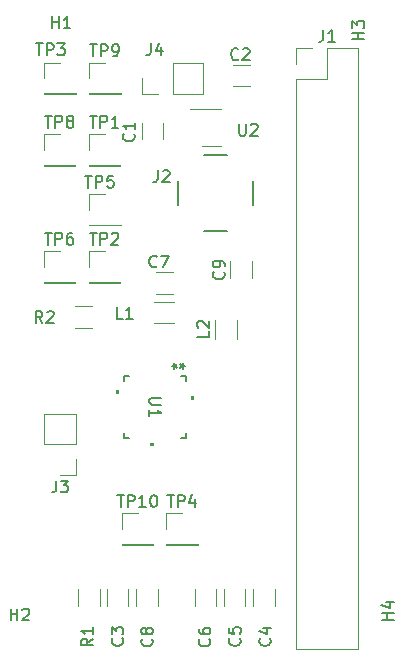
<source format=gbr>
%TF.GenerationSoftware,KiCad,Pcbnew,7.0.9*%
%TF.CreationDate,2024-09-05T13:52:43+09:00*%
%TF.ProjectId,STA5635,53544135-3633-4352-9e6b-696361645f70,rev?*%
%TF.SameCoordinates,Original*%
%TF.FileFunction,Legend,Top*%
%TF.FilePolarity,Positive*%
%FSLAX46Y46*%
G04 Gerber Fmt 4.6, Leading zero omitted, Abs format (unit mm)*
G04 Created by KiCad (PCBNEW 7.0.9) date 2024-09-05 13:52:43*
%MOMM*%
%LPD*%
G01*
G04 APERTURE LIST*
%ADD10C,0.150000*%
%ADD11C,0.120000*%
%ADD12C,0.127000*%
%ADD13C,0.152400*%
G04 APERTURE END LIST*
D10*
X159941419Y-109981904D02*
X158941419Y-109981904D01*
X159417609Y-109981904D02*
X159417609Y-109410476D01*
X159941419Y-109410476D02*
X158941419Y-109410476D01*
X159274752Y-108505714D02*
X159941419Y-108505714D01*
X158893800Y-108743809D02*
X159608085Y-108981904D01*
X159608085Y-108981904D02*
X159608085Y-108362857D01*
X157447819Y-60832904D02*
X156447819Y-60832904D01*
X156924009Y-60832904D02*
X156924009Y-60261476D01*
X157447819Y-60261476D02*
X156447819Y-60261476D01*
X156447819Y-59880523D02*
X156447819Y-59261476D01*
X156447819Y-59261476D02*
X156828771Y-59594809D01*
X156828771Y-59594809D02*
X156828771Y-59451952D01*
X156828771Y-59451952D02*
X156876390Y-59356714D01*
X156876390Y-59356714D02*
X156924009Y-59309095D01*
X156924009Y-59309095D02*
X157019247Y-59261476D01*
X157019247Y-59261476D02*
X157257342Y-59261476D01*
X157257342Y-59261476D02*
X157352580Y-59309095D01*
X157352580Y-59309095D02*
X157400200Y-59356714D01*
X157400200Y-59356714D02*
X157447819Y-59451952D01*
X157447819Y-59451952D02*
X157447819Y-59737666D01*
X157447819Y-59737666D02*
X157400200Y-59832904D01*
X157400200Y-59832904D02*
X157352580Y-59880523D01*
X134221695Y-67305019D02*
X134793123Y-67305019D01*
X134507409Y-68305019D02*
X134507409Y-67305019D01*
X135126457Y-68305019D02*
X135126457Y-67305019D01*
X135126457Y-67305019D02*
X135507409Y-67305019D01*
X135507409Y-67305019D02*
X135602647Y-67352638D01*
X135602647Y-67352638D02*
X135650266Y-67400257D01*
X135650266Y-67400257D02*
X135697885Y-67495495D01*
X135697885Y-67495495D02*
X135697885Y-67638352D01*
X135697885Y-67638352D02*
X135650266Y-67733590D01*
X135650266Y-67733590D02*
X135602647Y-67781209D01*
X135602647Y-67781209D02*
X135507409Y-67828828D01*
X135507409Y-67828828D02*
X135126457Y-67828828D01*
X136650266Y-68305019D02*
X136078838Y-68305019D01*
X136364552Y-68305019D02*
X136364552Y-67305019D01*
X136364552Y-67305019D02*
X136269314Y-67447876D01*
X136269314Y-67447876D02*
X136174076Y-67543114D01*
X136174076Y-67543114D02*
X136078838Y-67590733D01*
X136539505Y-99410619D02*
X137110933Y-99410619D01*
X136825219Y-100410619D02*
X136825219Y-99410619D01*
X137444267Y-100410619D02*
X137444267Y-99410619D01*
X137444267Y-99410619D02*
X137825219Y-99410619D01*
X137825219Y-99410619D02*
X137920457Y-99458238D01*
X137920457Y-99458238D02*
X137968076Y-99505857D01*
X137968076Y-99505857D02*
X138015695Y-99601095D01*
X138015695Y-99601095D02*
X138015695Y-99743952D01*
X138015695Y-99743952D02*
X137968076Y-99839190D01*
X137968076Y-99839190D02*
X137920457Y-99886809D01*
X137920457Y-99886809D02*
X137825219Y-99934428D01*
X137825219Y-99934428D02*
X137444267Y-99934428D01*
X138968076Y-100410619D02*
X138396648Y-100410619D01*
X138682362Y-100410619D02*
X138682362Y-99410619D01*
X138682362Y-99410619D02*
X138587124Y-99553476D01*
X138587124Y-99553476D02*
X138491886Y-99648714D01*
X138491886Y-99648714D02*
X138396648Y-99696333D01*
X139587124Y-99410619D02*
X139682362Y-99410619D01*
X139682362Y-99410619D02*
X139777600Y-99458238D01*
X139777600Y-99458238D02*
X139825219Y-99505857D01*
X139825219Y-99505857D02*
X139872838Y-99601095D01*
X139872838Y-99601095D02*
X139920457Y-99791571D01*
X139920457Y-99791571D02*
X139920457Y-100029666D01*
X139920457Y-100029666D02*
X139872838Y-100220142D01*
X139872838Y-100220142D02*
X139825219Y-100315380D01*
X139825219Y-100315380D02*
X139777600Y-100363000D01*
X139777600Y-100363000D02*
X139682362Y-100410619D01*
X139682362Y-100410619D02*
X139587124Y-100410619D01*
X139587124Y-100410619D02*
X139491886Y-100363000D01*
X139491886Y-100363000D02*
X139444267Y-100315380D01*
X139444267Y-100315380D02*
X139396648Y-100220142D01*
X139396648Y-100220142D02*
X139349029Y-100029666D01*
X139349029Y-100029666D02*
X139349029Y-99791571D01*
X139349029Y-99791571D02*
X139396648Y-99601095D01*
X139396648Y-99601095D02*
X139444267Y-99505857D01*
X139444267Y-99505857D02*
X139491886Y-99458238D01*
X139491886Y-99458238D02*
X139587124Y-99410619D01*
X131365666Y-98182819D02*
X131365666Y-98897104D01*
X131365666Y-98897104D02*
X131318047Y-99039961D01*
X131318047Y-99039961D02*
X131222809Y-99135200D01*
X131222809Y-99135200D02*
X131079952Y-99182819D01*
X131079952Y-99182819D02*
X130984714Y-99182819D01*
X131746619Y-98182819D02*
X132365666Y-98182819D01*
X132365666Y-98182819D02*
X132032333Y-98563771D01*
X132032333Y-98563771D02*
X132175190Y-98563771D01*
X132175190Y-98563771D02*
X132270428Y-98611390D01*
X132270428Y-98611390D02*
X132318047Y-98659009D01*
X132318047Y-98659009D02*
X132365666Y-98754247D01*
X132365666Y-98754247D02*
X132365666Y-98992342D01*
X132365666Y-98992342D02*
X132318047Y-99087580D01*
X132318047Y-99087580D02*
X132270428Y-99135200D01*
X132270428Y-99135200D02*
X132175190Y-99182819D01*
X132175190Y-99182819D02*
X131889476Y-99182819D01*
X131889476Y-99182819D02*
X131794238Y-99135200D01*
X131794238Y-99135200D02*
X131746619Y-99087580D01*
X130411695Y-77211019D02*
X130983123Y-77211019D01*
X130697409Y-78211019D02*
X130697409Y-77211019D01*
X131316457Y-78211019D02*
X131316457Y-77211019D01*
X131316457Y-77211019D02*
X131697409Y-77211019D01*
X131697409Y-77211019D02*
X131792647Y-77258638D01*
X131792647Y-77258638D02*
X131840266Y-77306257D01*
X131840266Y-77306257D02*
X131887885Y-77401495D01*
X131887885Y-77401495D02*
X131887885Y-77544352D01*
X131887885Y-77544352D02*
X131840266Y-77639590D01*
X131840266Y-77639590D02*
X131792647Y-77687209D01*
X131792647Y-77687209D02*
X131697409Y-77734828D01*
X131697409Y-77734828D02*
X131316457Y-77734828D01*
X132745028Y-77211019D02*
X132554552Y-77211019D01*
X132554552Y-77211019D02*
X132459314Y-77258638D01*
X132459314Y-77258638D02*
X132411695Y-77306257D01*
X132411695Y-77306257D02*
X132316457Y-77449114D01*
X132316457Y-77449114D02*
X132268838Y-77639590D01*
X132268838Y-77639590D02*
X132268838Y-78020542D01*
X132268838Y-78020542D02*
X132316457Y-78115780D01*
X132316457Y-78115780D02*
X132364076Y-78163400D01*
X132364076Y-78163400D02*
X132459314Y-78211019D01*
X132459314Y-78211019D02*
X132649790Y-78211019D01*
X132649790Y-78211019D02*
X132745028Y-78163400D01*
X132745028Y-78163400D02*
X132792647Y-78115780D01*
X132792647Y-78115780D02*
X132840266Y-78020542D01*
X132840266Y-78020542D02*
X132840266Y-77782447D01*
X132840266Y-77782447D02*
X132792647Y-77687209D01*
X132792647Y-77687209D02*
X132745028Y-77639590D01*
X132745028Y-77639590D02*
X132649790Y-77591971D01*
X132649790Y-77591971D02*
X132459314Y-77591971D01*
X132459314Y-77591971D02*
X132364076Y-77639590D01*
X132364076Y-77639590D02*
X132316457Y-77687209D01*
X132316457Y-77687209D02*
X132268838Y-77782447D01*
X127508095Y-110030819D02*
X127508095Y-109030819D01*
X127508095Y-109507009D02*
X128079523Y-109507009D01*
X128079523Y-110030819D02*
X128079523Y-109030819D01*
X128508095Y-109126057D02*
X128555714Y-109078438D01*
X128555714Y-109078438D02*
X128650952Y-109030819D01*
X128650952Y-109030819D02*
X128889047Y-109030819D01*
X128889047Y-109030819D02*
X128984285Y-109078438D01*
X128984285Y-109078438D02*
X129031904Y-109126057D01*
X129031904Y-109126057D02*
X129079523Y-109221295D01*
X129079523Y-109221295D02*
X129079523Y-109316533D01*
X129079523Y-109316533D02*
X129031904Y-109459390D01*
X129031904Y-109459390D02*
X128460476Y-110030819D01*
X128460476Y-110030819D02*
X129079523Y-110030819D01*
X131013295Y-59890819D02*
X131013295Y-58890819D01*
X131013295Y-59367009D02*
X131584723Y-59367009D01*
X131584723Y-59890819D02*
X131584723Y-58890819D01*
X132584723Y-59890819D02*
X132013295Y-59890819D01*
X132299009Y-59890819D02*
X132299009Y-58890819D01*
X132299009Y-58890819D02*
X132203771Y-59033676D01*
X132203771Y-59033676D02*
X132108533Y-59128914D01*
X132108533Y-59128914D02*
X132013295Y-59176533D01*
X134221695Y-77211019D02*
X134793123Y-77211019D01*
X134507409Y-78211019D02*
X134507409Y-77211019D01*
X135126457Y-78211019D02*
X135126457Y-77211019D01*
X135126457Y-77211019D02*
X135507409Y-77211019D01*
X135507409Y-77211019D02*
X135602647Y-77258638D01*
X135602647Y-77258638D02*
X135650266Y-77306257D01*
X135650266Y-77306257D02*
X135697885Y-77401495D01*
X135697885Y-77401495D02*
X135697885Y-77544352D01*
X135697885Y-77544352D02*
X135650266Y-77639590D01*
X135650266Y-77639590D02*
X135602647Y-77687209D01*
X135602647Y-77687209D02*
X135507409Y-77734828D01*
X135507409Y-77734828D02*
X135126457Y-77734828D01*
X136078838Y-77306257D02*
X136126457Y-77258638D01*
X136126457Y-77258638D02*
X136221695Y-77211019D01*
X136221695Y-77211019D02*
X136459790Y-77211019D01*
X136459790Y-77211019D02*
X136555028Y-77258638D01*
X136555028Y-77258638D02*
X136602647Y-77306257D01*
X136602647Y-77306257D02*
X136650266Y-77401495D01*
X136650266Y-77401495D02*
X136650266Y-77496733D01*
X136650266Y-77496733D02*
X136602647Y-77639590D01*
X136602647Y-77639590D02*
X136031219Y-78211019D01*
X136031219Y-78211019D02*
X136650266Y-78211019D01*
X134247095Y-61259819D02*
X134818523Y-61259819D01*
X134532809Y-62259819D02*
X134532809Y-61259819D01*
X135151857Y-62259819D02*
X135151857Y-61259819D01*
X135151857Y-61259819D02*
X135532809Y-61259819D01*
X135532809Y-61259819D02*
X135628047Y-61307438D01*
X135628047Y-61307438D02*
X135675666Y-61355057D01*
X135675666Y-61355057D02*
X135723285Y-61450295D01*
X135723285Y-61450295D02*
X135723285Y-61593152D01*
X135723285Y-61593152D02*
X135675666Y-61688390D01*
X135675666Y-61688390D02*
X135628047Y-61736009D01*
X135628047Y-61736009D02*
X135532809Y-61783628D01*
X135532809Y-61783628D02*
X135151857Y-61783628D01*
X136199476Y-62259819D02*
X136389952Y-62259819D01*
X136389952Y-62259819D02*
X136485190Y-62212200D01*
X136485190Y-62212200D02*
X136532809Y-62164580D01*
X136532809Y-62164580D02*
X136628047Y-62021723D01*
X136628047Y-62021723D02*
X136675666Y-61831247D01*
X136675666Y-61831247D02*
X136675666Y-61450295D01*
X136675666Y-61450295D02*
X136628047Y-61355057D01*
X136628047Y-61355057D02*
X136580428Y-61307438D01*
X136580428Y-61307438D02*
X136485190Y-61259819D01*
X136485190Y-61259819D02*
X136294714Y-61259819D01*
X136294714Y-61259819D02*
X136199476Y-61307438D01*
X136199476Y-61307438D02*
X136151857Y-61355057D01*
X136151857Y-61355057D02*
X136104238Y-61450295D01*
X136104238Y-61450295D02*
X136104238Y-61688390D01*
X136104238Y-61688390D02*
X136151857Y-61783628D01*
X136151857Y-61783628D02*
X136199476Y-61831247D01*
X136199476Y-61831247D02*
X136294714Y-61878866D01*
X136294714Y-61878866D02*
X136485190Y-61878866D01*
X136485190Y-61878866D02*
X136580428Y-61831247D01*
X136580428Y-61831247D02*
X136628047Y-61783628D01*
X136628047Y-61783628D02*
X136675666Y-61688390D01*
X139888933Y-80039380D02*
X139841314Y-80087000D01*
X139841314Y-80087000D02*
X139698457Y-80134619D01*
X139698457Y-80134619D02*
X139603219Y-80134619D01*
X139603219Y-80134619D02*
X139460362Y-80087000D01*
X139460362Y-80087000D02*
X139365124Y-79991761D01*
X139365124Y-79991761D02*
X139317505Y-79896523D01*
X139317505Y-79896523D02*
X139269886Y-79706047D01*
X139269886Y-79706047D02*
X139269886Y-79563190D01*
X139269886Y-79563190D02*
X139317505Y-79372714D01*
X139317505Y-79372714D02*
X139365124Y-79277476D01*
X139365124Y-79277476D02*
X139460362Y-79182238D01*
X139460362Y-79182238D02*
X139603219Y-79134619D01*
X139603219Y-79134619D02*
X139698457Y-79134619D01*
X139698457Y-79134619D02*
X139841314Y-79182238D01*
X139841314Y-79182238D02*
X139888933Y-79229857D01*
X140222267Y-79134619D02*
X140888933Y-79134619D01*
X140888933Y-79134619D02*
X140460362Y-80134619D01*
X139480730Y-111596466D02*
X139528350Y-111644085D01*
X139528350Y-111644085D02*
X139575969Y-111786942D01*
X139575969Y-111786942D02*
X139575969Y-111882180D01*
X139575969Y-111882180D02*
X139528350Y-112025037D01*
X139528350Y-112025037D02*
X139433111Y-112120275D01*
X139433111Y-112120275D02*
X139337873Y-112167894D01*
X139337873Y-112167894D02*
X139147397Y-112215513D01*
X139147397Y-112215513D02*
X139004540Y-112215513D01*
X139004540Y-112215513D02*
X138814064Y-112167894D01*
X138814064Y-112167894D02*
X138718826Y-112120275D01*
X138718826Y-112120275D02*
X138623588Y-112025037D01*
X138623588Y-112025037D02*
X138575969Y-111882180D01*
X138575969Y-111882180D02*
X138575969Y-111786942D01*
X138575969Y-111786942D02*
X138623588Y-111644085D01*
X138623588Y-111644085D02*
X138671207Y-111596466D01*
X139004540Y-111025037D02*
X138956921Y-111120275D01*
X138956921Y-111120275D02*
X138909302Y-111167894D01*
X138909302Y-111167894D02*
X138814064Y-111215513D01*
X138814064Y-111215513D02*
X138766445Y-111215513D01*
X138766445Y-111215513D02*
X138671207Y-111167894D01*
X138671207Y-111167894D02*
X138623588Y-111120275D01*
X138623588Y-111120275D02*
X138575969Y-111025037D01*
X138575969Y-111025037D02*
X138575969Y-110834561D01*
X138575969Y-110834561D02*
X138623588Y-110739323D01*
X138623588Y-110739323D02*
X138671207Y-110691704D01*
X138671207Y-110691704D02*
X138766445Y-110644085D01*
X138766445Y-110644085D02*
X138814064Y-110644085D01*
X138814064Y-110644085D02*
X138909302Y-110691704D01*
X138909302Y-110691704D02*
X138956921Y-110739323D01*
X138956921Y-110739323D02*
X139004540Y-110834561D01*
X139004540Y-110834561D02*
X139004540Y-111025037D01*
X139004540Y-111025037D02*
X139052159Y-111120275D01*
X139052159Y-111120275D02*
X139099778Y-111167894D01*
X139099778Y-111167894D02*
X139195016Y-111215513D01*
X139195016Y-111215513D02*
X139385492Y-111215513D01*
X139385492Y-111215513D02*
X139480730Y-111167894D01*
X139480730Y-111167894D02*
X139528350Y-111120275D01*
X139528350Y-111120275D02*
X139575969Y-111025037D01*
X139575969Y-111025037D02*
X139575969Y-110834561D01*
X139575969Y-110834561D02*
X139528350Y-110739323D01*
X139528350Y-110739323D02*
X139480730Y-110691704D01*
X139480730Y-110691704D02*
X139385492Y-110644085D01*
X139385492Y-110644085D02*
X139195016Y-110644085D01*
X139195016Y-110644085D02*
X139099778Y-110691704D01*
X139099778Y-110691704D02*
X139052159Y-110739323D01*
X139052159Y-110739323D02*
X139004540Y-110834561D01*
X139377666Y-61176819D02*
X139377666Y-61891104D01*
X139377666Y-61891104D02*
X139330047Y-62033961D01*
X139330047Y-62033961D02*
X139234809Y-62129200D01*
X139234809Y-62129200D02*
X139091952Y-62176819D01*
X139091952Y-62176819D02*
X138996714Y-62176819D01*
X140282428Y-61510152D02*
X140282428Y-62176819D01*
X140044333Y-61129200D02*
X139806238Y-61843485D01*
X139806238Y-61843485D02*
X140425285Y-61843485D01*
X136966130Y-111534966D02*
X137013750Y-111582585D01*
X137013750Y-111582585D02*
X137061369Y-111725442D01*
X137061369Y-111725442D02*
X137061369Y-111820680D01*
X137061369Y-111820680D02*
X137013750Y-111963537D01*
X137013750Y-111963537D02*
X136918511Y-112058775D01*
X136918511Y-112058775D02*
X136823273Y-112106394D01*
X136823273Y-112106394D02*
X136632797Y-112154013D01*
X136632797Y-112154013D02*
X136489940Y-112154013D01*
X136489940Y-112154013D02*
X136299464Y-112106394D01*
X136299464Y-112106394D02*
X136204226Y-112058775D01*
X136204226Y-112058775D02*
X136108988Y-111963537D01*
X136108988Y-111963537D02*
X136061369Y-111820680D01*
X136061369Y-111820680D02*
X136061369Y-111725442D01*
X136061369Y-111725442D02*
X136108988Y-111582585D01*
X136108988Y-111582585D02*
X136156607Y-111534966D01*
X136061369Y-111201632D02*
X136061369Y-110582585D01*
X136061369Y-110582585D02*
X136442321Y-110915918D01*
X136442321Y-110915918D02*
X136442321Y-110773061D01*
X136442321Y-110773061D02*
X136489940Y-110677823D01*
X136489940Y-110677823D02*
X136537559Y-110630204D01*
X136537559Y-110630204D02*
X136632797Y-110582585D01*
X136632797Y-110582585D02*
X136870892Y-110582585D01*
X136870892Y-110582585D02*
X136966130Y-110630204D01*
X136966130Y-110630204D02*
X137013750Y-110677823D01*
X137013750Y-110677823D02*
X137061369Y-110773061D01*
X137061369Y-110773061D02*
X137061369Y-111058775D01*
X137061369Y-111058775D02*
X137013750Y-111154013D01*
X137013750Y-111154013D02*
X136966130Y-111201632D01*
X130211533Y-84833619D02*
X129878200Y-84357428D01*
X129640105Y-84833619D02*
X129640105Y-83833619D01*
X129640105Y-83833619D02*
X130021057Y-83833619D01*
X130021057Y-83833619D02*
X130116295Y-83881238D01*
X130116295Y-83881238D02*
X130163914Y-83928857D01*
X130163914Y-83928857D02*
X130211533Y-84024095D01*
X130211533Y-84024095D02*
X130211533Y-84166952D01*
X130211533Y-84166952D02*
X130163914Y-84262190D01*
X130163914Y-84262190D02*
X130116295Y-84309809D01*
X130116295Y-84309809D02*
X130021057Y-84357428D01*
X130021057Y-84357428D02*
X129640105Y-84357428D01*
X130592486Y-83928857D02*
X130640105Y-83881238D01*
X130640105Y-83881238D02*
X130735343Y-83833619D01*
X130735343Y-83833619D02*
X130973438Y-83833619D01*
X130973438Y-83833619D02*
X131068676Y-83881238D01*
X131068676Y-83881238D02*
X131116295Y-83928857D01*
X131116295Y-83928857D02*
X131163914Y-84024095D01*
X131163914Y-84024095D02*
X131163914Y-84119333D01*
X131163914Y-84119333D02*
X131116295Y-84262190D01*
X131116295Y-84262190D02*
X130544867Y-84833619D01*
X130544867Y-84833619D02*
X131163914Y-84833619D01*
X134495969Y-111571066D02*
X134019778Y-111904399D01*
X134495969Y-112142494D02*
X133495969Y-112142494D01*
X133495969Y-112142494D02*
X133495969Y-111761542D01*
X133495969Y-111761542D02*
X133543588Y-111666304D01*
X133543588Y-111666304D02*
X133591207Y-111618685D01*
X133591207Y-111618685D02*
X133686445Y-111571066D01*
X133686445Y-111571066D02*
X133829302Y-111571066D01*
X133829302Y-111571066D02*
X133924540Y-111618685D01*
X133924540Y-111618685D02*
X133972159Y-111666304D01*
X133972159Y-111666304D02*
X134019778Y-111761542D01*
X134019778Y-111761542D02*
X134019778Y-112142494D01*
X134495969Y-110618685D02*
X134495969Y-111190113D01*
X134495969Y-110904399D02*
X133495969Y-110904399D01*
X133495969Y-110904399D02*
X133638826Y-110999637D01*
X133638826Y-110999637D02*
X133734064Y-111094875D01*
X133734064Y-111094875D02*
X133781683Y-111190113D01*
X139976266Y-71921019D02*
X139976266Y-72635304D01*
X139976266Y-72635304D02*
X139928647Y-72778161D01*
X139928647Y-72778161D02*
X139833409Y-72873400D01*
X139833409Y-72873400D02*
X139690552Y-72921019D01*
X139690552Y-72921019D02*
X139595314Y-72921019D01*
X140404838Y-72016257D02*
X140452457Y-71968638D01*
X140452457Y-71968638D02*
X140547695Y-71921019D01*
X140547695Y-71921019D02*
X140785790Y-71921019D01*
X140785790Y-71921019D02*
X140881028Y-71968638D01*
X140881028Y-71968638D02*
X140928647Y-72016257D01*
X140928647Y-72016257D02*
X140976266Y-72111495D01*
X140976266Y-72111495D02*
X140976266Y-72206733D01*
X140976266Y-72206733D02*
X140928647Y-72349590D01*
X140928647Y-72349590D02*
X140357219Y-72921019D01*
X140357219Y-72921019D02*
X140976266Y-72921019D01*
X136993333Y-84478019D02*
X136517143Y-84478019D01*
X136517143Y-84478019D02*
X136517143Y-83478019D01*
X137850476Y-84478019D02*
X137279048Y-84478019D01*
X137564762Y-84478019D02*
X137564762Y-83478019D01*
X137564762Y-83478019D02*
X137469524Y-83620876D01*
X137469524Y-83620876D02*
X137374286Y-83716114D01*
X137374286Y-83716114D02*
X137279048Y-83763733D01*
X133815295Y-72378219D02*
X134386723Y-72378219D01*
X134101009Y-73378219D02*
X134101009Y-72378219D01*
X134720057Y-73378219D02*
X134720057Y-72378219D01*
X134720057Y-72378219D02*
X135101009Y-72378219D01*
X135101009Y-72378219D02*
X135196247Y-72425838D01*
X135196247Y-72425838D02*
X135243866Y-72473457D01*
X135243866Y-72473457D02*
X135291485Y-72568695D01*
X135291485Y-72568695D02*
X135291485Y-72711552D01*
X135291485Y-72711552D02*
X135243866Y-72806790D01*
X135243866Y-72806790D02*
X135196247Y-72854409D01*
X135196247Y-72854409D02*
X135101009Y-72902028D01*
X135101009Y-72902028D02*
X134720057Y-72902028D01*
X136196247Y-72378219D02*
X135720057Y-72378219D01*
X135720057Y-72378219D02*
X135672438Y-72854409D01*
X135672438Y-72854409D02*
X135720057Y-72806790D01*
X135720057Y-72806790D02*
X135815295Y-72759171D01*
X135815295Y-72759171D02*
X136053390Y-72759171D01*
X136053390Y-72759171D02*
X136148628Y-72806790D01*
X136148628Y-72806790D02*
X136196247Y-72854409D01*
X136196247Y-72854409D02*
X136243866Y-72949647D01*
X136243866Y-72949647D02*
X136243866Y-73187742D01*
X136243866Y-73187742D02*
X136196247Y-73282980D01*
X136196247Y-73282980D02*
X136148628Y-73330600D01*
X136148628Y-73330600D02*
X136053390Y-73378219D01*
X136053390Y-73378219D02*
X135815295Y-73378219D01*
X135815295Y-73378219D02*
X135720057Y-73330600D01*
X135720057Y-73330600D02*
X135672438Y-73282980D01*
X144320419Y-85510666D02*
X144320419Y-85986856D01*
X144320419Y-85986856D02*
X143320419Y-85986856D01*
X143415657Y-85224951D02*
X143368038Y-85177332D01*
X143368038Y-85177332D02*
X143320419Y-85082094D01*
X143320419Y-85082094D02*
X143320419Y-84843999D01*
X143320419Y-84843999D02*
X143368038Y-84748761D01*
X143368038Y-84748761D02*
X143415657Y-84701142D01*
X143415657Y-84701142D02*
X143510895Y-84653523D01*
X143510895Y-84653523D02*
X143606133Y-84653523D01*
X143606133Y-84653523D02*
X143748990Y-84701142D01*
X143748990Y-84701142D02*
X144320419Y-85272570D01*
X144320419Y-85272570D02*
X144320419Y-84653523D01*
X129675095Y-61176819D02*
X130246523Y-61176819D01*
X129960809Y-62176819D02*
X129960809Y-61176819D01*
X130579857Y-62176819D02*
X130579857Y-61176819D01*
X130579857Y-61176819D02*
X130960809Y-61176819D01*
X130960809Y-61176819D02*
X131056047Y-61224438D01*
X131056047Y-61224438D02*
X131103666Y-61272057D01*
X131103666Y-61272057D02*
X131151285Y-61367295D01*
X131151285Y-61367295D02*
X131151285Y-61510152D01*
X131151285Y-61510152D02*
X131103666Y-61605390D01*
X131103666Y-61605390D02*
X131056047Y-61653009D01*
X131056047Y-61653009D02*
X130960809Y-61700628D01*
X130960809Y-61700628D02*
X130579857Y-61700628D01*
X131484619Y-61176819D02*
X132103666Y-61176819D01*
X132103666Y-61176819D02*
X131770333Y-61557771D01*
X131770333Y-61557771D02*
X131913190Y-61557771D01*
X131913190Y-61557771D02*
X132008428Y-61605390D01*
X132008428Y-61605390D02*
X132056047Y-61653009D01*
X132056047Y-61653009D02*
X132103666Y-61748247D01*
X132103666Y-61748247D02*
X132103666Y-61986342D01*
X132103666Y-61986342D02*
X132056047Y-62081580D01*
X132056047Y-62081580D02*
X132008428Y-62129200D01*
X132008428Y-62129200D02*
X131913190Y-62176819D01*
X131913190Y-62176819D02*
X131627476Y-62176819D01*
X131627476Y-62176819D02*
X131532238Y-62129200D01*
X131532238Y-62129200D02*
X131484619Y-62081580D01*
X144332130Y-111596466D02*
X144379750Y-111644085D01*
X144379750Y-111644085D02*
X144427369Y-111786942D01*
X144427369Y-111786942D02*
X144427369Y-111882180D01*
X144427369Y-111882180D02*
X144379750Y-112025037D01*
X144379750Y-112025037D02*
X144284511Y-112120275D01*
X144284511Y-112120275D02*
X144189273Y-112167894D01*
X144189273Y-112167894D02*
X143998797Y-112215513D01*
X143998797Y-112215513D02*
X143855940Y-112215513D01*
X143855940Y-112215513D02*
X143665464Y-112167894D01*
X143665464Y-112167894D02*
X143570226Y-112120275D01*
X143570226Y-112120275D02*
X143474988Y-112025037D01*
X143474988Y-112025037D02*
X143427369Y-111882180D01*
X143427369Y-111882180D02*
X143427369Y-111786942D01*
X143427369Y-111786942D02*
X143474988Y-111644085D01*
X143474988Y-111644085D02*
X143522607Y-111596466D01*
X143427369Y-110739323D02*
X143427369Y-110929799D01*
X143427369Y-110929799D02*
X143474988Y-111025037D01*
X143474988Y-111025037D02*
X143522607Y-111072656D01*
X143522607Y-111072656D02*
X143665464Y-111167894D01*
X143665464Y-111167894D02*
X143855940Y-111215513D01*
X143855940Y-111215513D02*
X144236892Y-111215513D01*
X144236892Y-111215513D02*
X144332130Y-111167894D01*
X144332130Y-111167894D02*
X144379750Y-111120275D01*
X144379750Y-111120275D02*
X144427369Y-111025037D01*
X144427369Y-111025037D02*
X144427369Y-110834561D01*
X144427369Y-110834561D02*
X144379750Y-110739323D01*
X144379750Y-110739323D02*
X144332130Y-110691704D01*
X144332130Y-110691704D02*
X144236892Y-110644085D01*
X144236892Y-110644085D02*
X143998797Y-110644085D01*
X143998797Y-110644085D02*
X143903559Y-110691704D01*
X143903559Y-110691704D02*
X143855940Y-110739323D01*
X143855940Y-110739323D02*
X143808321Y-110834561D01*
X143808321Y-110834561D02*
X143808321Y-111025037D01*
X143808321Y-111025037D02*
X143855940Y-111120275D01*
X143855940Y-111120275D02*
X143903559Y-111167894D01*
X143903559Y-111167894D02*
X143998797Y-111215513D01*
X153971666Y-60015219D02*
X153971666Y-60729504D01*
X153971666Y-60729504D02*
X153924047Y-60872361D01*
X153924047Y-60872361D02*
X153828809Y-60967600D01*
X153828809Y-60967600D02*
X153685952Y-61015219D01*
X153685952Y-61015219D02*
X153590714Y-61015219D01*
X154971666Y-61015219D02*
X154400238Y-61015219D01*
X154685952Y-61015219D02*
X154685952Y-60015219D01*
X154685952Y-60015219D02*
X154590714Y-60158076D01*
X154590714Y-60158076D02*
X154495476Y-60253314D01*
X154495476Y-60253314D02*
X154400238Y-60300933D01*
X140774895Y-99410619D02*
X141346323Y-99410619D01*
X141060609Y-100410619D02*
X141060609Y-99410619D01*
X141679657Y-100410619D02*
X141679657Y-99410619D01*
X141679657Y-99410619D02*
X142060609Y-99410619D01*
X142060609Y-99410619D02*
X142155847Y-99458238D01*
X142155847Y-99458238D02*
X142203466Y-99505857D01*
X142203466Y-99505857D02*
X142251085Y-99601095D01*
X142251085Y-99601095D02*
X142251085Y-99743952D01*
X142251085Y-99743952D02*
X142203466Y-99839190D01*
X142203466Y-99839190D02*
X142155847Y-99886809D01*
X142155847Y-99886809D02*
X142060609Y-99934428D01*
X142060609Y-99934428D02*
X141679657Y-99934428D01*
X143108228Y-99743952D02*
X143108228Y-100410619D01*
X142870133Y-99363000D02*
X142632038Y-100077285D01*
X142632038Y-100077285D02*
X143251085Y-100077285D01*
X146897530Y-111545666D02*
X146945150Y-111593285D01*
X146945150Y-111593285D02*
X146992769Y-111736142D01*
X146992769Y-111736142D02*
X146992769Y-111831380D01*
X146992769Y-111831380D02*
X146945150Y-111974237D01*
X146945150Y-111974237D02*
X146849911Y-112069475D01*
X146849911Y-112069475D02*
X146754673Y-112117094D01*
X146754673Y-112117094D02*
X146564197Y-112164713D01*
X146564197Y-112164713D02*
X146421340Y-112164713D01*
X146421340Y-112164713D02*
X146230864Y-112117094D01*
X146230864Y-112117094D02*
X146135626Y-112069475D01*
X146135626Y-112069475D02*
X146040388Y-111974237D01*
X146040388Y-111974237D02*
X145992769Y-111831380D01*
X145992769Y-111831380D02*
X145992769Y-111736142D01*
X145992769Y-111736142D02*
X146040388Y-111593285D01*
X146040388Y-111593285D02*
X146088007Y-111545666D01*
X145992769Y-110640904D02*
X145992769Y-111117094D01*
X145992769Y-111117094D02*
X146468959Y-111164713D01*
X146468959Y-111164713D02*
X146421340Y-111117094D01*
X146421340Y-111117094D02*
X146373721Y-111021856D01*
X146373721Y-111021856D02*
X146373721Y-110783761D01*
X146373721Y-110783761D02*
X146421340Y-110688523D01*
X146421340Y-110688523D02*
X146468959Y-110640904D01*
X146468959Y-110640904D02*
X146564197Y-110593285D01*
X146564197Y-110593285D02*
X146802292Y-110593285D01*
X146802292Y-110593285D02*
X146897530Y-110640904D01*
X146897530Y-110640904D02*
X146945150Y-110688523D01*
X146945150Y-110688523D02*
X146992769Y-110783761D01*
X146992769Y-110783761D02*
X146992769Y-111021856D01*
X146992769Y-111021856D02*
X146945150Y-111117094D01*
X146945150Y-111117094D02*
X146897530Y-111164713D01*
X146862895Y-67984019D02*
X146862895Y-68793542D01*
X146862895Y-68793542D02*
X146910514Y-68888780D01*
X146910514Y-68888780D02*
X146958133Y-68936400D01*
X146958133Y-68936400D02*
X147053371Y-68984019D01*
X147053371Y-68984019D02*
X147243847Y-68984019D01*
X147243847Y-68984019D02*
X147339085Y-68936400D01*
X147339085Y-68936400D02*
X147386704Y-68888780D01*
X147386704Y-68888780D02*
X147434323Y-68793542D01*
X147434323Y-68793542D02*
X147434323Y-67984019D01*
X147862895Y-68079257D02*
X147910514Y-68031638D01*
X147910514Y-68031638D02*
X148005752Y-67984019D01*
X148005752Y-67984019D02*
X148243847Y-67984019D01*
X148243847Y-67984019D02*
X148339085Y-68031638D01*
X148339085Y-68031638D02*
X148386704Y-68079257D01*
X148386704Y-68079257D02*
X148434323Y-68174495D01*
X148434323Y-68174495D02*
X148434323Y-68269733D01*
X148434323Y-68269733D02*
X148386704Y-68412590D01*
X148386704Y-68412590D02*
X147815276Y-68984019D01*
X147815276Y-68984019D02*
X148434323Y-68984019D01*
X140270580Y-91173395D02*
X139461057Y-91173395D01*
X139461057Y-91173395D02*
X139365819Y-91221014D01*
X139365819Y-91221014D02*
X139318200Y-91268633D01*
X139318200Y-91268633D02*
X139270580Y-91363871D01*
X139270580Y-91363871D02*
X139270580Y-91554347D01*
X139270580Y-91554347D02*
X139318200Y-91649585D01*
X139318200Y-91649585D02*
X139365819Y-91697204D01*
X139365819Y-91697204D02*
X139461057Y-91744823D01*
X139461057Y-91744823D02*
X140270580Y-91744823D01*
X139270580Y-92744823D02*
X139270580Y-92173395D01*
X139270580Y-92459109D02*
X140270580Y-92459109D01*
X140270580Y-92459109D02*
X140127723Y-92363871D01*
X140127723Y-92363871D02*
X140032485Y-92268633D01*
X140032485Y-92268633D02*
X139984866Y-92173395D01*
X141180723Y-88493599D02*
X141418818Y-88493599D01*
X141323580Y-88731694D02*
X141418818Y-88493599D01*
X141418818Y-88493599D02*
X141323580Y-88255504D01*
X141609294Y-88636456D02*
X141418818Y-88493599D01*
X141418818Y-88493599D02*
X141609294Y-88350742D01*
X142271084Y-88493600D02*
X142032989Y-88493600D01*
X142128227Y-88255505D02*
X142032989Y-88493600D01*
X142032989Y-88493600D02*
X142128227Y-88731695D01*
X141842513Y-88350743D02*
X142032989Y-88493600D01*
X142032989Y-88493600D02*
X141842513Y-88636457D01*
X137925980Y-68822866D02*
X137973600Y-68870485D01*
X137973600Y-68870485D02*
X138021219Y-69013342D01*
X138021219Y-69013342D02*
X138021219Y-69108580D01*
X138021219Y-69108580D02*
X137973600Y-69251437D01*
X137973600Y-69251437D02*
X137878361Y-69346675D01*
X137878361Y-69346675D02*
X137783123Y-69394294D01*
X137783123Y-69394294D02*
X137592647Y-69441913D01*
X137592647Y-69441913D02*
X137449790Y-69441913D01*
X137449790Y-69441913D02*
X137259314Y-69394294D01*
X137259314Y-69394294D02*
X137164076Y-69346675D01*
X137164076Y-69346675D02*
X137068838Y-69251437D01*
X137068838Y-69251437D02*
X137021219Y-69108580D01*
X137021219Y-69108580D02*
X137021219Y-69013342D01*
X137021219Y-69013342D02*
X137068838Y-68870485D01*
X137068838Y-68870485D02*
X137116457Y-68822866D01*
X138021219Y-67870485D02*
X138021219Y-68441913D01*
X138021219Y-68156199D02*
X137021219Y-68156199D01*
X137021219Y-68156199D02*
X137164076Y-68251437D01*
X137164076Y-68251437D02*
X137259314Y-68346675D01*
X137259314Y-68346675D02*
X137306933Y-68441913D01*
X149462930Y-111545666D02*
X149510550Y-111593285D01*
X149510550Y-111593285D02*
X149558169Y-111736142D01*
X149558169Y-111736142D02*
X149558169Y-111831380D01*
X149558169Y-111831380D02*
X149510550Y-111974237D01*
X149510550Y-111974237D02*
X149415311Y-112069475D01*
X149415311Y-112069475D02*
X149320073Y-112117094D01*
X149320073Y-112117094D02*
X149129597Y-112164713D01*
X149129597Y-112164713D02*
X148986740Y-112164713D01*
X148986740Y-112164713D02*
X148796264Y-112117094D01*
X148796264Y-112117094D02*
X148701026Y-112069475D01*
X148701026Y-112069475D02*
X148605788Y-111974237D01*
X148605788Y-111974237D02*
X148558169Y-111831380D01*
X148558169Y-111831380D02*
X148558169Y-111736142D01*
X148558169Y-111736142D02*
X148605788Y-111593285D01*
X148605788Y-111593285D02*
X148653407Y-111545666D01*
X148891502Y-110688523D02*
X149558169Y-110688523D01*
X148510550Y-110926618D02*
X149224835Y-111164713D01*
X149224835Y-111164713D02*
X149224835Y-110545666D01*
X146797733Y-62487980D02*
X146750114Y-62535600D01*
X146750114Y-62535600D02*
X146607257Y-62583219D01*
X146607257Y-62583219D02*
X146512019Y-62583219D01*
X146512019Y-62583219D02*
X146369162Y-62535600D01*
X146369162Y-62535600D02*
X146273924Y-62440361D01*
X146273924Y-62440361D02*
X146226305Y-62345123D01*
X146226305Y-62345123D02*
X146178686Y-62154647D01*
X146178686Y-62154647D02*
X146178686Y-62011790D01*
X146178686Y-62011790D02*
X146226305Y-61821314D01*
X146226305Y-61821314D02*
X146273924Y-61726076D01*
X146273924Y-61726076D02*
X146369162Y-61630838D01*
X146369162Y-61630838D02*
X146512019Y-61583219D01*
X146512019Y-61583219D02*
X146607257Y-61583219D01*
X146607257Y-61583219D02*
X146750114Y-61630838D01*
X146750114Y-61630838D02*
X146797733Y-61678457D01*
X147178686Y-61678457D02*
X147226305Y-61630838D01*
X147226305Y-61630838D02*
X147321543Y-61583219D01*
X147321543Y-61583219D02*
X147559638Y-61583219D01*
X147559638Y-61583219D02*
X147654876Y-61630838D01*
X147654876Y-61630838D02*
X147702495Y-61678457D01*
X147702495Y-61678457D02*
X147750114Y-61773695D01*
X147750114Y-61773695D02*
X147750114Y-61868933D01*
X147750114Y-61868933D02*
X147702495Y-62011790D01*
X147702495Y-62011790D02*
X147131067Y-62583219D01*
X147131067Y-62583219D02*
X147750114Y-62583219D01*
X145545980Y-80506866D02*
X145593600Y-80554485D01*
X145593600Y-80554485D02*
X145641219Y-80697342D01*
X145641219Y-80697342D02*
X145641219Y-80792580D01*
X145641219Y-80792580D02*
X145593600Y-80935437D01*
X145593600Y-80935437D02*
X145498361Y-81030675D01*
X145498361Y-81030675D02*
X145403123Y-81078294D01*
X145403123Y-81078294D02*
X145212647Y-81125913D01*
X145212647Y-81125913D02*
X145069790Y-81125913D01*
X145069790Y-81125913D02*
X144879314Y-81078294D01*
X144879314Y-81078294D02*
X144784076Y-81030675D01*
X144784076Y-81030675D02*
X144688838Y-80935437D01*
X144688838Y-80935437D02*
X144641219Y-80792580D01*
X144641219Y-80792580D02*
X144641219Y-80697342D01*
X144641219Y-80697342D02*
X144688838Y-80554485D01*
X144688838Y-80554485D02*
X144736457Y-80506866D01*
X145641219Y-80030675D02*
X145641219Y-79840199D01*
X145641219Y-79840199D02*
X145593600Y-79744961D01*
X145593600Y-79744961D02*
X145545980Y-79697342D01*
X145545980Y-79697342D02*
X145403123Y-79602104D01*
X145403123Y-79602104D02*
X145212647Y-79554485D01*
X145212647Y-79554485D02*
X144831695Y-79554485D01*
X144831695Y-79554485D02*
X144736457Y-79602104D01*
X144736457Y-79602104D02*
X144688838Y-79649723D01*
X144688838Y-79649723D02*
X144641219Y-79744961D01*
X144641219Y-79744961D02*
X144641219Y-79935437D01*
X144641219Y-79935437D02*
X144688838Y-80030675D01*
X144688838Y-80030675D02*
X144736457Y-80078294D01*
X144736457Y-80078294D02*
X144831695Y-80125913D01*
X144831695Y-80125913D02*
X145069790Y-80125913D01*
X145069790Y-80125913D02*
X145165028Y-80078294D01*
X145165028Y-80078294D02*
X145212647Y-80030675D01*
X145212647Y-80030675D02*
X145260266Y-79935437D01*
X145260266Y-79935437D02*
X145260266Y-79744961D01*
X145260266Y-79744961D02*
X145212647Y-79649723D01*
X145212647Y-79649723D02*
X145165028Y-79602104D01*
X145165028Y-79602104D02*
X145069790Y-79554485D01*
X130411695Y-67305019D02*
X130983123Y-67305019D01*
X130697409Y-68305019D02*
X130697409Y-67305019D01*
X131316457Y-68305019D02*
X131316457Y-67305019D01*
X131316457Y-67305019D02*
X131697409Y-67305019D01*
X131697409Y-67305019D02*
X131792647Y-67352638D01*
X131792647Y-67352638D02*
X131840266Y-67400257D01*
X131840266Y-67400257D02*
X131887885Y-67495495D01*
X131887885Y-67495495D02*
X131887885Y-67638352D01*
X131887885Y-67638352D02*
X131840266Y-67733590D01*
X131840266Y-67733590D02*
X131792647Y-67781209D01*
X131792647Y-67781209D02*
X131697409Y-67828828D01*
X131697409Y-67828828D02*
X131316457Y-67828828D01*
X132459314Y-67733590D02*
X132364076Y-67685971D01*
X132364076Y-67685971D02*
X132316457Y-67638352D01*
X132316457Y-67638352D02*
X132268838Y-67543114D01*
X132268838Y-67543114D02*
X132268838Y-67495495D01*
X132268838Y-67495495D02*
X132316457Y-67400257D01*
X132316457Y-67400257D02*
X132364076Y-67352638D01*
X132364076Y-67352638D02*
X132459314Y-67305019D01*
X132459314Y-67305019D02*
X132649790Y-67305019D01*
X132649790Y-67305019D02*
X132745028Y-67352638D01*
X132745028Y-67352638D02*
X132792647Y-67400257D01*
X132792647Y-67400257D02*
X132840266Y-67495495D01*
X132840266Y-67495495D02*
X132840266Y-67543114D01*
X132840266Y-67543114D02*
X132792647Y-67638352D01*
X132792647Y-67638352D02*
X132745028Y-67685971D01*
X132745028Y-67685971D02*
X132649790Y-67733590D01*
X132649790Y-67733590D02*
X132459314Y-67733590D01*
X132459314Y-67733590D02*
X132364076Y-67781209D01*
X132364076Y-67781209D02*
X132316457Y-67828828D01*
X132316457Y-67828828D02*
X132268838Y-67924066D01*
X132268838Y-67924066D02*
X132268838Y-68114542D01*
X132268838Y-68114542D02*
X132316457Y-68209780D01*
X132316457Y-68209780D02*
X132364076Y-68257400D01*
X132364076Y-68257400D02*
X132459314Y-68305019D01*
X132459314Y-68305019D02*
X132649790Y-68305019D01*
X132649790Y-68305019D02*
X132745028Y-68257400D01*
X132745028Y-68257400D02*
X132792647Y-68209780D01*
X132792647Y-68209780D02*
X132840266Y-68114542D01*
X132840266Y-68114542D02*
X132840266Y-67924066D01*
X132840266Y-67924066D02*
X132792647Y-67828828D01*
X132792647Y-67828828D02*
X132745028Y-67781209D01*
X132745028Y-67781209D02*
X132649790Y-67733590D01*
D11*
%TO.C,TP1*%
X134153600Y-68850200D02*
X135483600Y-68850200D01*
X134153600Y-70180200D02*
X134153600Y-68850200D01*
X134153600Y-71450200D02*
X134153600Y-71510200D01*
X134153600Y-71450200D02*
X136813600Y-71450200D01*
X134153600Y-71510200D02*
X136813600Y-71510200D01*
X136813600Y-71450200D02*
X136813600Y-71510200D01*
%TO.C,TP10*%
X136947600Y-100955800D02*
X138277600Y-100955800D01*
X136947600Y-102285800D02*
X136947600Y-100955800D01*
X136947600Y-103555800D02*
X136947600Y-103615800D01*
X136947600Y-103555800D02*
X139607600Y-103555800D01*
X136947600Y-103615800D02*
X139607600Y-103615800D01*
X139607600Y-103555800D02*
X139607600Y-103615800D01*
%TO.C,J3*%
X133029000Y-97728000D02*
X131699000Y-97728000D01*
X133029000Y-96398000D02*
X133029000Y-97728000D01*
X133029000Y-95128000D02*
X133029000Y-92528000D01*
X133029000Y-95128000D02*
X130369000Y-95128000D01*
X133029000Y-92528000D02*
X130369000Y-92528000D01*
X130369000Y-95128000D02*
X130369000Y-92528000D01*
%TO.C,TP6*%
X130343600Y-78756200D02*
X131673600Y-78756200D01*
X130343600Y-80086200D02*
X130343600Y-78756200D01*
X130343600Y-81356200D02*
X130343600Y-81416200D01*
X130343600Y-81356200D02*
X133003600Y-81356200D01*
X130343600Y-81416200D02*
X133003600Y-81416200D01*
X133003600Y-81356200D02*
X133003600Y-81416200D01*
%TO.C,TP2*%
X134153600Y-78756200D02*
X135483600Y-78756200D01*
X134153600Y-80086200D02*
X134153600Y-78756200D01*
X134153600Y-81356200D02*
X134153600Y-81416200D01*
X134153600Y-81356200D02*
X136813600Y-81356200D01*
X134153600Y-81416200D02*
X136813600Y-81416200D01*
X136813600Y-81356200D02*
X136813600Y-81416200D01*
%TO.C,TP9*%
X134179000Y-62805000D02*
X135509000Y-62805000D01*
X134179000Y-64135000D02*
X134179000Y-62805000D01*
X134179000Y-65405000D02*
X134179000Y-65465000D01*
X134179000Y-65405000D02*
X136839000Y-65405000D01*
X134179000Y-65465000D02*
X136839000Y-65465000D01*
X136839000Y-65405000D02*
X136839000Y-65465000D01*
%TO.C,C7*%
X141224052Y-82367800D02*
X139801548Y-82367800D01*
X141224052Y-80547800D02*
X139801548Y-80547800D01*
%TO.C,C8*%
X139954950Y-107391148D02*
X139954950Y-108813652D01*
X138134950Y-107391148D02*
X138134950Y-108813652D01*
%TO.C,J4*%
X138624000Y-65465000D02*
X138624000Y-64135000D01*
X139954000Y-65465000D02*
X138624000Y-65465000D01*
X141224000Y-65465000D02*
X143824000Y-65465000D01*
X141224000Y-65465000D02*
X141224000Y-62805000D01*
X143824000Y-65465000D02*
X143824000Y-62805000D01*
X141224000Y-62805000D02*
X143824000Y-62805000D01*
%TO.C,C3*%
X137491150Y-107380448D02*
X137491150Y-108802952D01*
X135671150Y-107380448D02*
X135671150Y-108802952D01*
%TO.C,R2*%
X132953136Y-83418000D02*
X134407264Y-83418000D01*
X132953136Y-85238000D02*
X134407264Y-85238000D01*
%TO.C,R1*%
X133258150Y-108804064D02*
X133258150Y-107349936D01*
X135078150Y-108804064D02*
X135078150Y-107349936D01*
D12*
%TO.C,J2*%
X141656200Y-74812400D02*
X141656200Y-72812400D01*
X143856200Y-70612400D02*
X145856200Y-70612400D01*
X145856200Y-77012400D02*
X143856200Y-77012400D01*
X148056200Y-72812400D02*
X148056200Y-74812400D01*
D11*
%TO.C,L1*%
X139652158Y-83037000D02*
X141322642Y-83037000D01*
X139652158Y-84857000D02*
X141322642Y-84857000D01*
%TO.C,TP5*%
X134179000Y-73904800D02*
X135509000Y-73904800D01*
X134179000Y-75234800D02*
X134179000Y-73904800D01*
X134179000Y-76504800D02*
X134179000Y-76564800D01*
X134179000Y-76504800D02*
X136839000Y-76504800D01*
X134179000Y-76564800D02*
X136839000Y-76564800D01*
X136839000Y-76504800D02*
X136839000Y-76564800D01*
%TO.C,L2*%
X144860600Y-84559558D02*
X144860600Y-86230042D01*
X146680600Y-84559558D02*
X146680600Y-86230042D01*
%TO.C,TP3*%
X130369000Y-62805000D02*
X131699000Y-62805000D01*
X130369000Y-64135000D02*
X130369000Y-62805000D01*
X130369000Y-65405000D02*
X130369000Y-65465000D01*
X130369000Y-65405000D02*
X133029000Y-65405000D01*
X130369000Y-65465000D02*
X133029000Y-65465000D01*
X133029000Y-65405000D02*
X133029000Y-65465000D01*
%TO.C,C6*%
X144907950Y-107389348D02*
X144907950Y-108811852D01*
X143087950Y-107389348D02*
X143087950Y-108811852D01*
%TO.C,J1*%
X151705000Y-61560400D02*
X153035000Y-61560400D01*
X151705000Y-62890400D02*
X151705000Y-61560400D01*
X151705000Y-64160400D02*
X151705000Y-112480400D01*
X151705000Y-64160400D02*
X154305000Y-64160400D01*
X151705000Y-112480400D02*
X156905000Y-112480400D01*
X154305000Y-61560400D02*
X156905000Y-61560400D01*
X154305000Y-64160400D02*
X154305000Y-61560400D01*
X156905000Y-61560400D02*
X156905000Y-112480400D01*
%TO.C,TP4*%
X140706800Y-100955800D02*
X142036800Y-100955800D01*
X140706800Y-102285800D02*
X140706800Y-100955800D01*
X140706800Y-103555800D02*
X140706800Y-103615800D01*
X140706800Y-103555800D02*
X143366800Y-103555800D01*
X140706800Y-103615800D02*
X143366800Y-103615800D01*
X143366800Y-103555800D02*
X143366800Y-103615800D01*
%TO.C,C5*%
X147397150Y-107389348D02*
X147397150Y-108811852D01*
X145577150Y-107389348D02*
X145577150Y-108811852D01*
%TO.C,U2*%
X144520500Y-66750800D02*
X142720500Y-66750800D01*
X144520500Y-66750800D02*
X145320500Y-66750800D01*
X144520500Y-69870800D02*
X143720500Y-69870800D01*
X144520500Y-69870800D02*
X145320500Y-69870800D01*
D13*
%TO.C,U1*%
X142354300Y-89306400D02*
X141922881Y-89306400D01*
X137527919Y-89306400D02*
X137096500Y-89306400D01*
X137096500Y-89306400D02*
X137096500Y-89737819D01*
X142354300Y-89737819D02*
X142354300Y-89306400D01*
X137096500Y-94132781D02*
X137096500Y-94564200D01*
X142354300Y-94564200D02*
X142354300Y-94132781D01*
X141922881Y-94564200D02*
X142354300Y-94564200D01*
X137096500Y-94564200D02*
X137527919Y-94564200D01*
G36*
X136664700Y-90875485D02*
G01*
X136410700Y-90875485D01*
X136410700Y-90494485D01*
X136664700Y-90494485D01*
X136664700Y-90875485D01*
G37*
G36*
X143040100Y-91375611D02*
G01*
X142786100Y-91375611D01*
X142786100Y-90994611D01*
X143040100Y-90994611D01*
X143040100Y-91375611D01*
G37*
G36*
X139665837Y-95250000D02*
G01*
X139284837Y-95250000D01*
X139284837Y-94996000D01*
X139665837Y-94996000D01*
X139665837Y-95250000D01*
G37*
D11*
%TO.C,C1*%
X140432200Y-67868748D02*
X140432200Y-69291252D01*
X138612200Y-67868748D02*
X138612200Y-69291252D01*
%TO.C,C4*%
X149886350Y-107389348D02*
X149886350Y-108811852D01*
X148066350Y-107389348D02*
X148066350Y-108811852D01*
%TO.C,C2*%
X147777252Y-64791000D02*
X146354748Y-64791000D01*
X147777252Y-62971000D02*
X146354748Y-62971000D01*
%TO.C,C9*%
X146105200Y-81053252D02*
X146105200Y-79630748D01*
X147925200Y-81053252D02*
X147925200Y-79630748D01*
%TO.C,TP8*%
X130343600Y-68850200D02*
X131673600Y-68850200D01*
X130343600Y-70180200D02*
X130343600Y-68850200D01*
X130343600Y-71450200D02*
X130343600Y-71510200D01*
X130343600Y-71450200D02*
X133003600Y-71450200D01*
X130343600Y-71510200D02*
X133003600Y-71510200D01*
X133003600Y-71450200D02*
X133003600Y-71510200D01*
%TD*%
M02*

</source>
